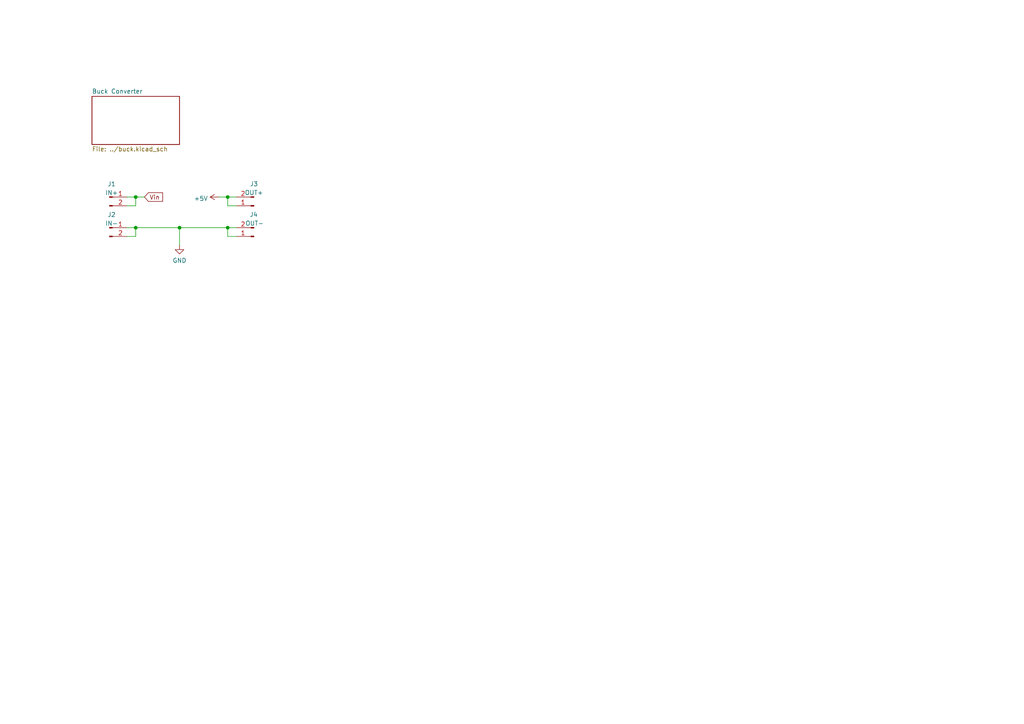
<source format=kicad_sch>
(kicad_sch (version 20211123) (generator eeschema)
  (paper "A4")
  (lib_symbols
    (symbol "Connector:Conn_01x02_Male" (pin_names (offset 1.016) hide)
      (property "Reference" "J" (at 0 2.54 0))
      (property "Value" "Conn_01x02_Male" (at 0 -5.08 0))
      (symbol "Conn_01x02_Male_1_1"
        (polyline (pts (xy 1.27 -2.54) (xy 0.8636 -2.54)) (stroke (width 0.1524)))
        (polyline (pts (xy 1.27 0) (xy 0.8636 0)) (stroke (width 0.1524)))
        (rectangle (start 0.8636 -2.413) (end 0 -2.667) (stroke (width 0.1524)) (fill (type outline)))
        (rectangle (start 0.8636 0.127) (end 0 -0.127) (stroke (width 0.1524)) (fill (type outline)))
        (pin passive line (at 5.08 0 180) (length 3.81) (name "Pin_1") (number "1"))
        (pin passive line (at 5.08 -2.54 180) (length 3.81) (name "Pin_2") (number "2"))
      )
    )
    (symbol "power:+5V" (power) (pin_names (offset 0))
      (property "Value" "+5V" (at 0 3.556 0))
      (symbol "+5V_0_1"
        (polyline (pts (xy -0.762 1.27) (xy 0 2.54)))
        (polyline (pts (xy 0 0) (xy 0 2.54)))
        (polyline (pts (xy 0 2.54) (xy 0.762 1.27)))
      )
      (symbol "+5V_1_1"
        (pin power_in line (at 0 0 90) (length 0) hide (name "+5V") (number "1"))
      )
    )
    (symbol "power:GND" (power) (pin_names (offset 0))
      (property "Value" "GND" (at 0 -3.81 0))
      (symbol "GND_0_1"
        (polyline (pts (xy 0 0) (xy 0 -1.27) (xy 1.27 -1.27) (xy 0 -2.54) (xy -1.27 -1.27) (xy 0 -1.27)))
      )
      (symbol "GND_1_1"
        (pin power_in line (at 0 0 270) (length 0) hide (name "GND") (number "1"))
      )
    )
  )
  (junction (at 39.37 57.15))
  (junction (at 66.04 57.15))
  (junction (at 52.07 66.04))
  (junction (at 39.37 66.04))
  (junction (at 66.04 66.04))
  (wire (pts (xy 52.07 66.04) (xy 66.04 66.04)))
  (wire (pts (xy 39.37 66.04) (xy 39.37 68.58)))
  (wire (pts (xy 39.37 66.04) (xy 52.07 66.04)))
  (wire (pts (xy 66.04 66.04) (xy 66.04 68.58)))
  (wire (pts (xy 36.83 66.04) (xy 39.37 66.04)))
  (wire (pts (xy 36.83 59.69) (xy 39.37 59.69)))
  (wire (pts (xy 66.04 57.15) (xy 66.04 59.69)))
  (wire (pts (xy 39.37 57.15) (xy 41.91 57.15)))
  (wire (pts (xy 66.04 66.04) (xy 68.58 66.04)))
  (wire (pts (xy 36.83 68.58) (xy 39.37 68.58)))
  (wire (pts (xy 68.58 68.58) (xy 66.04 68.58)))
  (wire (pts (xy 66.04 57.15) (xy 68.58 57.15)))
  (wire (pts (xy 52.07 66.04) (xy 52.07 71.12)))
  (wire (pts (xy 63.5 57.15) (xy 66.04 57.15)))
  (wire (pts (xy 39.37 59.69) (xy 39.37 57.15)))
  (wire (pts (xy 36.83 57.15) (xy 39.37 57.15)))
  (wire (pts (xy 66.04 59.69) (xy 68.58 59.69)))
  (global_label "Vin" (shape input) (at 41.91 57.15 0) (property "Intersheet References" "${INTERSHEET_REFS}" (effects hide)))
  (symbol (lib_id "power:GND") (at 52.07 71.12 0) (unit 1)
    (property "Reference" "#PWR0102" (effects hide))
    (property "Value" "GND" (at 52.07 75.5634 0))
  )
  (symbol (lib_id "power:+5V") (at 63.5 57.15 90) (unit 1)
    (property "Reference" "#PWR0101" (effects hide))
    (property "Value" "+5V" (at 60.3251 57.5838 90) (effects (justify left)))
  )
  (symbol (lib_id "Connector:Conn_01x02_Male") (at 31.75 66.04 0) (unit 1)
    (property "Reference" "J2" (at 32.385 62.264 0))
    (property "Value" "IN-" (at 32.385 64.8009 0))
    (property "Footprint" "Connector_PinHeader_2.54mm:PinHeader_1x02_P2.54mm_Vertical" (effects hide))
  )
  (symbol (lib_id "Connector:Conn_01x02_Male") (at 73.66 68.58 180) (unit 1)
    (property "Reference" "J4" (at 72.39 62.23 0) (effects (justify right)))
    (property "Value" "OUT-" (at 71.12 64.77 0) (effects (justify right)))
    (property "Footprint" "Connector_PinHeader_2.54mm:PinHeader_1x02_P2.54mm_Vertical" (effects hide))
  )
  (symbol (lib_id "Connector:Conn_01x02_Male") (at 31.75 57.15 0) (unit 1)
    (property "Reference" "J1" (at 32.385 53.374 0))
    (property "Value" "IN+" (at 32.385 55.9109 0))
    (property "Footprint" "Connector_PinHeader_2.54mm:PinHeader_1x02_P2.54mm_Vertical" (effects hide))
  )
  (symbol (lib_id "Connector:Conn_01x02_Male") (at 73.66 59.69 180) (unit 1)
    (property "Reference" "J3" (at 73.66 53.34 0))
    (property "Value" "OUT+" (at 73.66 55.88 0))
    (property "Footprint" "Connector_PinHeader_2.54mm:PinHeader_1x02_P2.54mm_Vertical" (effects hide))
  )
  (sheet (at 26.67 27.94) (size 25.4 13.97) (stroke (width 0.1524))
    (property "Sheet name" "Buck Converter" (at 26.67 27.2284 0) (effects (justify left bottom)))
    (property "Sheet file" "../buck.kicad_sch" (at 26.67 42.4946 0) (effects (justify left top)))
  )
)
</source>
